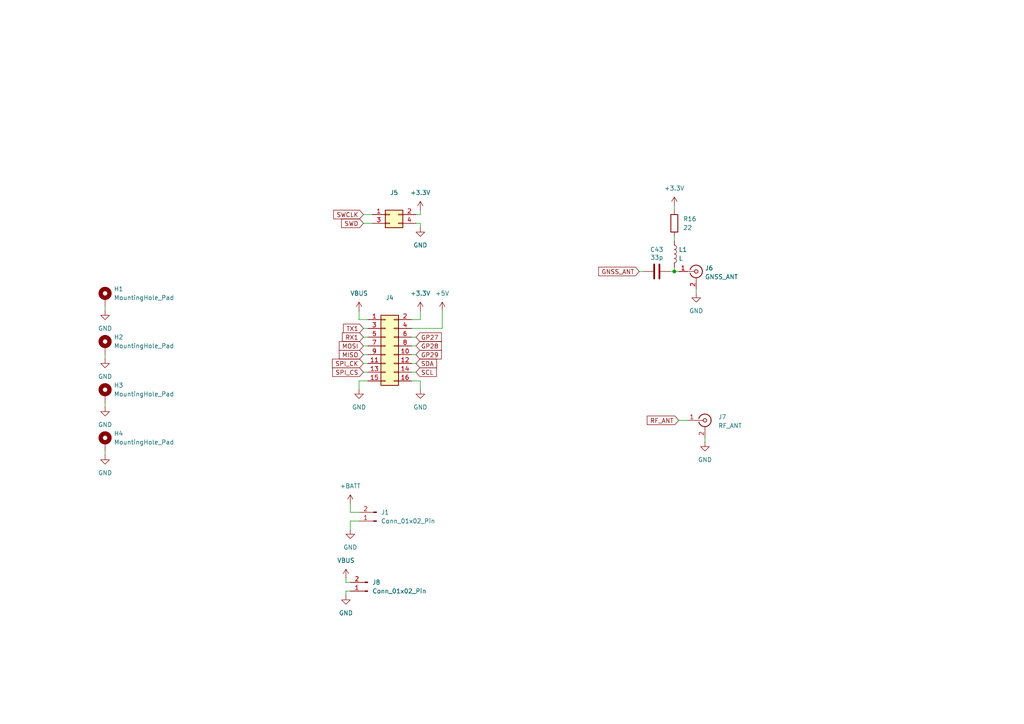
<source format=kicad_sch>
(kicad_sch (version 20231120) (generator "eeschema") (generator_version "8.0")
  (paper "A4")
  (lib_symbols
    (symbol "Connector:Conn_01x02_Pin" (pin_names (offset 1.016) hide)
      (property "Reference" "J" (at 0 2.54 0))
      (property "Value" "Conn_01x02_Pin" (at 0 -5.08 0))
      (symbol "Conn_01x02_Pin_1_1"
        (polyline (pts (xy 1.27 -2.54) (xy 0.8636 -2.54)) (stroke (width 0.1524)))
        (polyline (pts (xy 1.27 0) (xy 0.8636 0)) (stroke (width 0.1524)))
        (rectangle (start 0.8636 -2.413) (end 0 -2.667) (stroke (width 0.1524)) (fill (type outline)))
        (rectangle (start 0.8636 0.127) (end 0 -0.127) (stroke (width 0.1524)) (fill (type outline)))
        (pin passive line (at 5.08 0 180) (length 3.81) (name "Pin_1") (number "1"))
        (pin passive line (at 5.08 -2.54 180) (length 3.81) (name "Pin_2") (number "2"))
      )
    )
    (symbol "Connector:Conn_Coaxial" (pin_names (offset 1.016) hide)
      (property "Reference" "J" (at 0.254 3.048 0))
      (property "Value" "Conn_Coaxial" (at 2.921 0 90))
      (symbol "Conn_Coaxial_0_1"
        (arc (start -1.778 -0.508) (mid 0.2311 -1.8066) (end 1.778 0) (stroke (width 0.254)))
        (polyline (pts (xy -2.54 0) (xy -0.508 0)))
        (polyline (pts (xy 0 -2.54) (xy 0 -1.778)))
        (circle (center 0 0) (radius 0.508) (stroke (width 0.2032)))
        (arc (start 1.778 0) (mid 0.2099 1.8101) (end -1.778 0.508) (stroke (width 0.254)))
      )
      (symbol "Conn_Coaxial_1_1"
        (pin passive line (at -5.08 0 0) (length 2.54) (name "In") (number "1"))
        (pin passive line (at 0 -5.08 90) (length 2.54) (name "Ext") (number "2"))
      )
    )
    (symbol "Connector_Generic:Conn_02x02_Odd_Even" (pin_names (offset 1.016) hide)
      (property "Reference" "J" (at 1.27 2.54 0))
      (property "Value" "Conn_02x02_Odd_Even" (at 1.27 -5.08 0))
      (symbol "Conn_02x02_Odd_Even_1_1"
        (rectangle (start -1.27 -2.413) (end 0 -2.667) (stroke (width 0.1524)))
        (rectangle (start -1.27 0.127) (end 0 -0.127) (stroke (width 0.1524)))
        (rectangle (start -1.27 1.27) (end 3.81 -3.81) (stroke (width 0.254)) (fill (type background)))
        (rectangle (start 3.81 -2.413) (end 2.54 -2.667) (stroke (width 0.1524)))
        (rectangle (start 3.81 0.127) (end 2.54 -0.127) (stroke (width 0.1524)))
        (pin passive line (at -5.08 0 0) (length 3.81) (name "Pin_1") (number "1"))
        (pin passive line (at 7.62 0 180) (length 3.81) (name "Pin_2") (number "2"))
        (pin passive line (at -5.08 -2.54 0) (length 3.81) (name "Pin_3") (number "3"))
        (pin passive line (at 7.62 -2.54 180) (length 3.81) (name "Pin_4") (number "4"))
      )
    )
    (symbol "Connector_Generic:Conn_02x08_Odd_Even" (pin_names (offset 1.016) hide)
      (property "Reference" "J" (at 1.27 10.16 0))
      (property "Value" "Conn_02x08_Odd_Even" (at 1.27 -12.7 0))
      (symbol "Conn_02x08_Odd_Even_1_1"
        (rectangle (start -1.27 -10.033) (end 0 -10.287) (stroke (width 0.1524)))
        (rectangle (start -1.27 -7.493) (end 0 -7.747) (stroke (width 0.1524)))
        (rectangle (start -1.27 -4.953) (end 0 -5.207) (stroke (width 0.1524)))
        (rectangle (start -1.27 -2.413) (end 0 -2.667) (stroke (width 0.1524)))
        (rectangle (start -1.27 0.127) (end 0 -0.127) (stroke (width 0.1524)))
        (rectangle (start -1.27 2.667) (end 0 2.413) (stroke (width 0.1524)))
        (rectangle (start -1.27 5.207) (end 0 4.953) (stroke (width 0.1524)))
        (rectangle (start -1.27 7.747) (end 0 7.493) (stroke (width 0.1524)))
        (rectangle (start -1.27 8.89) (end 3.81 -11.43) (stroke (width 0.254)) (fill (type background)))
        (rectangle (start 3.81 -10.033) (end 2.54 -10.287) (stroke (width 0.1524)))
        (rectangle (start 3.81 -7.493) (end 2.54 -7.747) (stroke (width 0.1524)))
        (rectangle (start 3.81 -4.953) (end 2.54 -5.207) (stroke (width 0.1524)))
        (rectangle (start 3.81 -2.413) (end 2.54 -2.667) (stroke (width 0.1524)))
        (rectangle (start 3.81 0.127) (end 2.54 -0.127) (stroke (width 0.1524)))
        (rectangle (start 3.81 2.667) (end 2.54 2.413) (stroke (width 0.1524)))
        (rectangle (start 3.81 5.207) (end 2.54 4.953) (stroke (width 0.1524)))
        (rectangle (start 3.81 7.747) (end 2.54 7.493) (stroke (width 0.1524)))
        (pin passive line (at -5.08 7.62 0) (length 3.81) (name "Pin_1") (number "1"))
        (pin passive line (at 7.62 -2.54 180) (length 3.81) (name "Pin_10") (number "10"))
        (pin passive line (at -5.08 -5.08 0) (length 3.81) (name "Pin_11") (number "11"))
        (pin passive line (at 7.62 -5.08 180) (length 3.81) (name "Pin_12") (number "12"))
        (pin passive line (at -5.08 -7.62 0) (length 3.81) (name "Pin_13") (number "13"))
        (pin passive line (at 7.62 -7.62 180) (length 3.81) (name "Pin_14") (number "14"))
        (pin passive line (at -5.08 -10.16 0) (length 3.81) (name "Pin_15") (number "15"))
        (pin passive line (at 7.62 -10.16 180) (length 3.81) (name "Pin_16") (number "16"))
        (pin passive line (at 7.62 7.62 180) (length 3.81) (name "Pin_2") (number "2"))
        (pin passive line (at -5.08 5.08 0) (length 3.81) (name "Pin_3") (number "3"))
        (pin passive line (at 7.62 5.08 180) (length 3.81) (name "Pin_4") (number "4"))
        (pin passive line (at -5.08 2.54 0) (length 3.81) (name "Pin_5") (number "5"))
        (pin passive line (at 7.62 2.54 180) (length 3.81) (name "Pin_6") (number "6"))
        (pin passive line (at -5.08 0 0) (length 3.81) (name "Pin_7") (number "7"))
        (pin passive line (at 7.62 0 180) (length 3.81) (name "Pin_8") (number "8"))
        (pin passive line (at -5.08 -2.54 0) (length 3.81) (name "Pin_9") (number "9"))
      )
    )
    (symbol "Device:C" (pin_numbers hide) (pin_names (offset 0.254))
      (property "Reference" "C" (at 0.635 2.54 0))
      (property "Value" "C" (at 0.635 -2.54 0))
      (symbol "C_0_1"
        (polyline (pts (xy -2.032 -0.762) (xy 2.032 -0.762)) (stroke (width 0.508)))
        (polyline (pts (xy -2.032 0.762) (xy 2.032 0.762)) (stroke (width 0.508)))
      )
      (symbol "C_1_1"
        (pin passive line (at 0 3.81 270) (length 2.794) (name "~") (number "1"))
        (pin passive line (at 0 -3.81 90) (length 2.794) (name "~") (number "2"))
      )
    )
    (symbol "Device:L" (pin_numbers hide) (pin_names (offset 1.016) hide)
      (property "Reference" "L" (at -1.27 0 90))
      (property "Value" "L" (at 1.905 0 90))
      (symbol "L_0_1"
        (arc (start 0 -2.54) (mid 0.6323 -1.905) (end 0 -1.27))
        (arc (start 0 -1.27) (mid 0.6323 -0.635) (end 0 0))
        (arc (start 0 0) (mid 0.6323 0.635) (end 0 1.27))
        (arc (start 0 1.27) (mid 0.6323 1.905) (end 0 2.54))
      )
      (symbol "L_1_1"
        (pin passive line (at 0 3.81 270) (length 1.27) (name "1") (number "1"))
        (pin passive line (at 0 -3.81 90) (length 1.27) (name "2") (number "2"))
      )
    )
    (symbol "Device:R" (pin_numbers hide) (pin_names (offset 0))
      (property "Reference" "R" (at 2.032 0 90))
      (property "Value" "R" (at 0 0 90))
      (symbol "R_0_1"
        (rectangle (start -1.016 -2.54) (end 1.016 2.54) (stroke (width 0.254)))
      )
      (symbol "R_1_1"
        (pin passive line (at 0 3.81 270) (length 1.27) (name "~") (number "1"))
        (pin passive line (at 0 -3.81 90) (length 1.27) (name "~") (number "2"))
      )
    )
    (symbol "Mechanical:MountingHole_Pad" (pin_numbers hide) (pin_names (offset 1.016) hide) (exclude_from_sim yes) (in_bom no)
      (property "Reference" "H" (at 0 6.35 0))
      (property "Value" "MountingHole_Pad" (at 0 4.445 0))
      (symbol "MountingHole_Pad_0_1"
        (circle (center 0 1.27) (radius 1.27) (stroke (width 1.27)))
      )
      (symbol "MountingHole_Pad_1_1"
        (pin input line (at 0 -2.54 90) (length 2.54) (name "1") (number "1"))
      )
    )
    (symbol "power:+3.3V" (power) (pin_numbers hide) (pin_names (offset 0) hide)
      (property "Value" "+3.3V" (at 0 3.556 0))
      (symbol "+3.3V_0_1"
        (polyline (pts (xy -0.762 1.27) (xy 0 2.54)))
        (polyline (pts (xy 0 0) (xy 0 2.54)))
        (polyline (pts (xy 0 2.54) (xy 0.762 1.27)))
      )
      (symbol "+3.3V_1_1"
        (pin power_in line (at 0 0 90) (length 0) (name "~") (number "1"))
      )
    )
    (symbol "power:+5V" (power) (pin_numbers hide) (pin_names (offset 0) hide)
      (property "Value" "+5V" (at 0 3.556 0))
      (symbol "+5V_0_1"
        (polyline (pts (xy -0.762 1.27) (xy 0 2.54)))
        (polyline (pts (xy 0 0) (xy 0 2.54)))
        (polyline (pts (xy 0 2.54) (xy 0.762 1.27)))
      )
      (symbol "+5V_1_1"
        (pin power_in line (at 0 0 90) (length 0) (name "~") (number "1"))
      )
    )
    (symbol "power:+BATT" (power) (pin_numbers hide) (pin_names (offset 0) hide)
      (property "Value" "+BATT" (at 0 3.556 0))
      (symbol "+BATT_0_1"
        (polyline (pts (xy -0.762 1.27) (xy 0 2.54)))
        (polyline (pts (xy 0 0) (xy 0 2.54)))
        (polyline (pts (xy 0 2.54) (xy 0.762 1.27)))
      )
      (symbol "+BATT_1_1"
        (pin power_in line (at 0 0 90) (length 0) (name "~") (number "1"))
      )
    )
    (symbol "power:GND" (power) (pin_numbers hide) (pin_names (offset 0) hide)
      (property "Value" "GND" (at 0 -3.81 0))
      (symbol "GND_0_1"
        (polyline (pts (xy 0 0) (xy 0 -1.27) (xy 1.27 -1.27) (xy 0 -2.54) (xy -1.27 -1.27) (xy 0 -1.27)))
      )
      (symbol "GND_1_1"
        (pin power_in line (at 0 0 270) (length 0) (name "~") (number "1"))
      )
    )
    (symbol "power:VBUS" (power) (pin_numbers hide) (pin_names (offset 0) hide)
      (property "Value" "VBUS" (at 0 3.556 0))
      (symbol "VBUS_0_1"
        (polyline (pts (xy -0.762 1.27) (xy 0 2.54)))
        (polyline (pts (xy 0 0) (xy 0 2.54)))
        (polyline (pts (xy 0 2.54) (xy 0.762 1.27)))
      )
      (symbol "VBUS_1_1"
        (pin power_in line (at 0 0 90) (length 0) (name "~") (number "1"))
      )
    )
  )
  (junction (at 195.58 78.74))
  (wire (pts (xy 121.92 66.04) (xy 121.92 64.77)))
  (wire (pts (xy 119.38 100.33) (xy 120.65 100.33)))
  (wire (pts (xy 101.6 146.05) (xy 101.6 148.59)))
  (wire (pts (xy 30.48 116.84) (xy 30.48 118.11)))
  (wire (pts (xy 121.92 64.77) (xy 120.65 64.77)))
  (wire (pts (xy 104.14 92.71) (xy 106.68 92.71)))
  (wire (pts (xy 105.41 62.23) (xy 107.95 62.23)))
  (wire (pts (xy 119.38 102.87) (xy 120.65 102.87)))
  (wire (pts (xy 128.27 90.17) (xy 128.27 95.25)))
  (wire (pts (xy 121.92 60.96) (xy 121.92 62.23)))
  (wire (pts (xy 121.92 110.49) (xy 121.92 113.03)))
  (wire (pts (xy 195.58 68.58) (xy 195.58 69.85)))
  (wire (pts (xy 105.41 97.79) (xy 106.68 97.79)))
  (wire (pts (xy 195.58 78.74) (xy 196.85 78.74)))
  (wire (pts (xy 121.92 110.49) (xy 119.38 110.49)))
  (wire (pts (xy 119.38 92.71) (xy 121.92 92.71)))
  (wire (pts (xy 100.33 168.91) (xy 101.6 168.91)))
  (wire (pts (xy 119.38 97.79) (xy 120.65 97.79)))
  (wire (pts (xy 30.48 102.87) (xy 30.48 104.14)))
  (wire (pts (xy 105.41 100.33) (xy 106.68 100.33)))
  (wire (pts (xy 101.6 151.13) (xy 104.14 151.13)))
  (wire (pts (xy 121.92 90.17) (xy 121.92 92.71)))
  (wire (pts (xy 105.41 105.41) (xy 106.68 105.41)))
  (wire (pts (xy 104.14 110.49) (xy 106.68 110.49)))
  (wire (pts (xy 196.85 121.92) (xy 199.39 121.92)))
  (wire (pts (xy 121.92 62.23) (xy 120.65 62.23)))
  (wire (pts (xy 195.58 77.47) (xy 195.58 78.74)))
  (wire (pts (xy 100.33 167.64) (xy 100.33 168.91)))
  (wire (pts (xy 30.48 88.9) (xy 30.48 90.17)))
  (wire (pts (xy 105.41 95.25) (xy 106.68 95.25)))
  (wire (pts (xy 101.6 148.59) (xy 104.14 148.59)))
  (wire (pts (xy 128.27 95.25) (xy 119.38 95.25)))
  (wire (pts (xy 101.6 153.67) (xy 101.6 151.13)))
  (wire (pts (xy 201.93 83.82) (xy 201.93 85.09)))
  (wire (pts (xy 204.47 127) (xy 204.47 128.27)))
  (wire (pts (xy 194.31 78.74) (xy 195.58 78.74)))
  (wire (pts (xy 119.38 105.41) (xy 120.65 105.41)))
  (wire (pts (xy 100.33 171.45) (xy 100.33 172.72)))
  (wire (pts (xy 119.38 107.95) (xy 120.65 107.95)))
  (wire (pts (xy 104.14 90.17) (xy 104.14 92.71)))
  (wire (pts (xy 195.58 59.69) (xy 195.58 60.96)))
  (wire (pts (xy 104.14 110.49) (xy 104.14 113.03)))
  (wire (pts (xy 105.41 64.77) (xy 107.95 64.77)))
  (wire (pts (xy 105.41 102.87) (xy 106.68 102.87)))
  (wire (pts (xy 185.42 78.74) (xy 186.69 78.74)))
  (wire (pts (xy 105.41 107.95) (xy 106.68 107.95)))
  (wire (pts (xy 101.6 171.45) (xy 100.33 171.45)))
  (wire (pts (xy 30.48 130.81) (xy 30.48 132.08)))
  (global_label "SPI_CK" (shape input) (at 105.41 105.41 180) (property "Intersheetrefs" "${INTERSHEET_REFS}" (effects (hide yes))))
  (global_label "SWCLK" (shape input) (at 105.41 62.23 180) (property "Intersheetrefs" "${INTERSHEET_REFS}" (effects (hide yes))))
  (global_label "RX1" (shape input) (at 105.41 97.79 180) (property "Intersheetrefs" "${INTERSHEET_REFS}" (effects (hide yes))))
  (global_label "SCL" (shape input) (at 120.65 107.95 0) (property "Intersheetrefs" "${INTERSHEET_REFS}" (effects (hide yes))))
  (global_label "MOSI" (shape input) (at 105.41 100.33 180) (property "Intersheetrefs" "${INTERSHEET_REFS}" (effects (hide yes))))
  (global_label "SWD" (shape input) (at 105.41 64.77 180) (property "Intersheetrefs" "${INTERSHEET_REFS}" (effects (hide yes))))
  (global_label "MISO" (shape input) (at 105.41 102.87 180) (property "Intersheetrefs" "${INTERSHEET_REFS}" (effects (hide yes))))
  (global_label "GNSS_ANT" (shape input) (at 185.42 78.74 180) (property "Intersheetrefs" "${INTERSHEET_REFS}" (effects (hide yes))))
  (global_label "SPI_CS" (shape input) (at 105.41 107.95 180) (property "Intersheetrefs" "${INTERSHEET_REFS}" (effects (hide yes))))
  (global_label "RF_ANT" (shape input) (at 196.85 121.92 180) (property "Intersheetrefs" "${INTERSHEET_REFS}" (effects (hide yes))))
  (global_label "TX1" (shape input) (at 105.41 95.25 180) (property "Intersheetrefs" "${INTERSHEET_REFS}" (effects (hide yes))))
  (global_label "GP28" (shape input) (at 120.65 100.33 0) (property "Intersheetrefs" "${INTERSHEET_REFS}" (effects (hide yes))))
  (global_label "GP29" (shape input) (at 120.65 102.87 0) (property "Intersheetrefs" "${INTERSHEET_REFS}" (effects (hide yes))))
  (global_label "SDA" (shape input) (at 120.65 105.41 0) (property "Intersheetrefs" "${INTERSHEET_REFS}" (effects (hide yes))))
  (global_label "GP27" (shape input) (at 120.65 97.79 0) (property "Intersheetrefs" "${INTERSHEET_REFS}" (effects (hide yes))))
  (symbol (lib_id "power:VBUS") (at 100.33 167.64 0) (unit 1)
    (property "Reference" "#PWR094" (effects (hide yes)))
    (property "Value" "VBUS" (at 100.33 162.56 0))
    (property "Description" "Power symbol creates a global label with name \"VBUS\"" (effects (hide yes)))
  )
  (symbol (lib_id "Mechanical:MountingHole_Pad") (at 30.48 100.33 0) (unit 1) (exclude_from_sim yes) (in_bom no)
    (property "Reference" "H2" (at 33.02 97.7899 0) (effects (justify left)))
    (property "Value" "MountingHole_Pad" (at 33.02 100.3299 0) (effects (justify left)))
    (property "Footprint" "MountingHole:MountingHole_2.2mm_M2_Pad_TopBottom" (effects (hide yes)))
    (property "Description" "Mounting Hole with connection" (effects (hide yes)))
  )
  (symbol (lib_id "power:GND") (at 30.48 90.17 0) (unit 1)
    (property "Reference" "#PWR076" (effects (hide yes)))
    (property "Value" "GND" (at 30.48 95.25 0))
    (property "Description" "Power symbol creates a global label with name \"GND\" , ground" (effects (hide yes)))
  )
  (symbol (lib_id "Device:R") (at 195.58 64.77 0) (unit 1)
    (property "Reference" "R16" (at 198.12 63.4999 0) (effects (justify left)))
    (property "Value" "22" (at 198.12 66.0399 0) (effects (justify left)))
    (property "Footprint" "Resistor_SMD:R_0805_2012Metric_Pad1.20x1.40mm_HandSolder" (effects (hide yes)))
    (property "Description" "Resistor" (effects (hide yes)))
  )
  (symbol (lib_id "Device:L") (at 195.58 73.66 0) (unit 1)
    (property "Reference" "L1" (at 196.85 72.3899 0) (effects (justify left)))
    (property "Value" "L" (at 196.85 74.9299 0) (effects (justify left)))
    (property "Footprint" "Inductor_SMD:L_0402_1005Metric_Pad0.77x0.64mm_HandSolder" (effects (hide yes)))
    (property "Description" "Inductor" (effects (hide yes)))
  )
  (symbol (lib_id "Mechanical:MountingHole_Pad") (at 30.48 128.27 0) (unit 1) (exclude_from_sim yes) (in_bom no)
    (property "Reference" "H4" (at 33.02 125.7299 0) (effects (justify left)))
    (property "Value" "MountingHole_Pad" (at 33.02 128.2699 0) (effects (justify left)))
    (property "Footprint" "MountingHole:MountingHole_2.2mm_M2_Pad_TopBottom" (effects (hide yes)))
    (property "Description" "Mounting Hole with connection" (effects (hide yes)))
  )
  (symbol (lib_id "power:GND") (at 121.92 113.03 0) (unit 1)
    (property "Reference" "#PWR053" (effects (hide yes)))
    (property "Value" "GND" (at 121.92 118.11 0))
    (property "Description" "Power symbol creates a global label with name \"GND\" , ground" (effects (hide yes)))
  )
  (symbol (lib_id "Mechanical:MountingHole_Pad") (at 30.48 86.36 0) (unit 1) (exclude_from_sim yes) (in_bom no)
    (property "Reference" "H1" (at 33.02 83.8199 0) (effects (justify left)))
    (property "Value" "MountingHole_Pad" (at 33.02 86.3599 0) (effects (justify left)))
    (property "Footprint" "MountingHole:MountingHole_2.2mm_M2_Pad_TopBottom" (effects (hide yes)))
    (property "Description" "Mounting Hole with connection" (effects (hide yes)))
  )
  (symbol (lib_id "Connector:Conn_Coaxial") (at 204.47 121.92 0) (unit 1)
    (property "Reference" "J7" (at 208.28 120.9431 0) (effects (justify left)))
    (property "Value" "RF_ANT" (at 208.28 123.4831 0) (effects (justify left)))
    (property "Footprint" "WiSDOM:CONN_CONMHF1-SMD_LNX" (effects (hide yes)))
    (property "Description" "coaxial connector (BNC, SMA, SMB, SMC, Cinch/RCA, LEMO, ...)" (effects (hide yes)))
  )
  (symbol (lib_id "power:GND") (at 104.14 113.03 0) (mirror y) (unit 1)
    (property "Reference" "#PWR054" (effects (hide yes)))
    (property "Value" "GND" (at 104.14 118.11 0))
    (property "Description" "Power symbol creates a global label with name \"GND\" , ground" (effects (hide yes)))
  )
  (symbol (lib_id "power:GND") (at 121.92 66.04 0) (unit 1)
    (property "Reference" "#PWR060" (effects (hide yes)))
    (property "Value" "GND" (at 121.92 71.12 0))
    (property "Description" "Power symbol creates a global label with name \"GND\" , ground" (effects (hide yes)))
  )
  (symbol (lib_id "power:GND") (at 204.47 128.27 0) (mirror y) (unit 1)
    (property "Reference" "#PWR082" (effects (hide yes)))
    (property "Value" "GND" (at 204.47 133.35 0))
    (property "Description" "Power symbol creates a global label with name \"GND\" , ground" (effects (hide yes)))
  )
  (symbol (lib_id "Connector:Conn_Coaxial") (at 201.93 78.74 0) (unit 1)
    (property "Reference" "J6" (at 204.47 77.7631 0) (effects (justify left)))
    (property "Value" "GNSS_ANT" (at 204.47 80.3031 0) (effects (justify left)))
    (property "Footprint" "WiSDOM:CONN_CONMHF1-SMD_LNX" (effects (hide yes)))
    (property "Description" "coaxial connector (BNC, SMA, SMB, SMC, Cinch/RCA, LEMO, ...)" (effects (hide yes)))
  )
  (symbol (lib_id "Connector_Generic:Conn_02x02_Odd_Even") (at 113.03 62.23 0) (unit 1)
    (property "Reference" "J5" (at 114.3 55.88 0))
    (property "Value" "Conn_02x02_Odd_Even" (effects (hide yes)))
    (property "Footprint" "Connector_PinHeader_2.54mm:PinHeader_2x02_P2.54mm_Vertical" (effects (hide yes)))
    (property "Description" "Generic connector, double row, 02x02, odd/even pin numbering scheme (row 1 odd numbers, row 2 even numbers), script generated (kicad-library-utils/schlib/autogen/connector/)" (effects (hide yes)))
  )
  (symbol (lib_id "Connector_Generic:Conn_02x08_Odd_Even") (at 111.76 100.33 0) (unit 1)
    (property "Reference" "J4" (at 113.03 86.36 0))
    (property "Value" "Conn_02x08_Odd_Even" (effects (hide yes)))
    (property "Footprint" "Connector_PinHeader_2.54mm:PinHeader_2x08_P2.54mm_Vertical" (effects (hide yes)))
    (property "Description" "Generic connector, double row, 02x08, odd/even pin numbering scheme (row 1 odd numbers, row 2 even numbers), script generated (kicad-library-utils/schlib/autogen/connector/)" (effects (hide yes)))
  )
  (symbol (lib_id "Connector:Conn_01x02_Pin") (at 109.22 151.13 180) (unit 1)
    (property "Reference" "J1" (at 110.49 148.5899 0) (effects (justify right)))
    (property "Value" "Conn_01x02_Pin" (at 110.49 151.1299 0) (effects (justify right)))
    (property "Footprint" "Connector_JST:JST_PH_B2B-PH-K_1x02_P2.00mm_Vertical" (effects (hide yes)))
    (property "Description" "Generic connector, single row, 01x02, script generated" (effects (hide yes)))
  )
  (symbol (lib_id "power:GND") (at 30.48 104.14 0) (unit 1)
    (property "Reference" "#PWR077" (effects (hide yes)))
    (property "Value" "GND" (at 30.48 109.22 0))
    (property "Description" "Power symbol creates a global label with name \"GND\" , ground" (effects (hide yes)))
  )
  (symbol (lib_id "power:+5V") (at 128.27 90.17 0) (unit 1)
    (property "Reference" "#PWR059" (effects (hide yes)))
    (property "Value" "+5V" (at 128.27 85.09 0))
    (property "Description" "Power symbol creates a global label with name \"+5V\"" (effects (hide yes)))
  )
  (symbol (lib_id "Connector:Conn_01x02_Pin") (at 106.68 171.45 180) (unit 1)
    (property "Reference" "J8" (at 107.95 168.9099 0) (effects (justify right)))
    (property "Value" "Conn_01x02_Pin" (at 107.95 171.4499 0) (effects (justify right)))
    (property "Footprint" "Connector_JST:JST_PH_B2B-PH-K_1x02_P2.00mm_Vertical" (effects (hide yes)))
    (property "Description" "Generic connector, single row, 01x02, script generated" (effects (hide yes)))
  )
  (symbol (lib_id "power:VBUS") (at 104.14 90.17 0) (unit 1)
    (property "Reference" "#PWR055" (effects (hide yes)))
    (property "Value" "VBUS" (at 104.14 85.09 0))
    (property "Description" "Power symbol creates a global label with name \"VBUS\"" (effects (hide yes)))
  )
  (symbol (lib_id "Mechanical:MountingHole_Pad") (at 30.48 114.3 0) (unit 1) (exclude_from_sim yes) (in_bom no)
    (property "Reference" "H3" (at 33.02 111.7599 0) (effects (justify left)))
    (property "Value" "MountingHole_Pad" (at 33.02 114.2999 0) (effects (justify left)))
    (property "Footprint" "MountingHole:MountingHole_2.2mm_M2_Pad_TopBottom" (effects (hide yes)))
    (property "Description" "Mounting Hole with connection" (effects (hide yes)))
  )
  (symbol (lib_id "power:GND") (at 201.93 85.09 0) (mirror y) (unit 1)
    (property "Reference" "#PWR081" (effects (hide yes)))
    (property "Value" "GND" (at 201.93 90.17 0))
    (property "Description" "Power symbol creates a global label with name \"GND\" , ground" (effects (hide yes)))
  )
  (symbol (lib_id "power:GND") (at 30.48 118.11 0) (unit 1)
    (property "Reference" "#PWR078" (effects (hide yes)))
    (property "Value" "GND" (at 30.48 123.19 0))
    (property "Description" "Power symbol creates a global label with name \"GND\" , ground" (effects (hide yes)))
  )
  (symbol (lib_id "power:+3.3V") (at 121.92 90.17 0) (unit 1)
    (property "Reference" "#PWR056" (effects (hide yes)))
    (property "Value" "+3.3V" (at 121.92 85.09 0))
    (property "Description" "Power symbol creates a global label with name \"+3.3V\"" (effects (hide yes)))
  )
  (symbol (lib_id "power:GND") (at 30.48 132.08 0) (unit 1)
    (property "Reference" "#PWR079" (effects (hide yes)))
    (property "Value" "GND" (at 30.48 137.16 0))
    (property "Description" "Power symbol creates a global label with name \"GND\" , ground" (effects (hide yes)))
  )
  (symbol (lib_id "power:+3.3V") (at 195.58 59.69 0) (unit 1)
    (property "Reference" "#PWR080" (effects (hide yes)))
    (property "Value" "+3.3V" (at 195.58 54.61 0))
    (property "Description" "Power symbol creates a global label with name \"+3.3V\"" (effects (hide yes)))
  )
  (symbol (lib_id "Device:C") (at 190.5 78.74 90) (unit 1)
    (property "Reference" "C43" (at 190.5 72.39 90))
    (property "Value" "33p" (at 190.5 74.676 90))
    (property "Footprint" "Capacitor_SMD:C_0402_1005Metric_Pad0.74x0.62mm_HandSolder" (effects (hide yes)))
    (property "Description" "Unpolarized capacitor" (effects (hide yes)))
  )
  (symbol (lib_id "power:+BATT") (at 101.6 146.05 0) (unit 1)
    (property "Reference" "#PWR041" (effects (hide yes)))
    (property "Value" "+BATT" (at 101.6 140.97 0))
    (property "Description" "Power symbol creates a global label with name \"+BATT\"" (effects (hide yes)))
  )
  (symbol (lib_id "power:GND") (at 101.6 153.67 0) (unit 1)
    (property "Reference" "#PWR042" (effects (hide yes)))
    (property "Value" "GND" (at 101.6 158.75 0))
    (property "Description" "Power symbol creates a global label with name \"GND\" , ground" (effects (hide yes)))
  )
  (symbol (lib_id "power:GND") (at 100.33 172.72 0) (unit 1)
    (property "Reference" "#PWR093" (effects (hide yes)))
    (property "Value" "GND" (at 100.33 177.8 0))
    (property "Description" "Power symbol creates a global label with name \"GND\" , ground" (effects (hide yes)))
  )
  (symbol (lib_id "power:+3.3V") (at 121.92 60.96 0) (unit 1)
    (property "Reference" "#PWR061" (effects (hide yes)))
    (property "Value" "+3.3V" (at 121.92 55.88 0))
    (property "Description" "Power symbol creates a global label with name \"+3.3V\"" (effects (hide yes)))
  )
)
</source>
